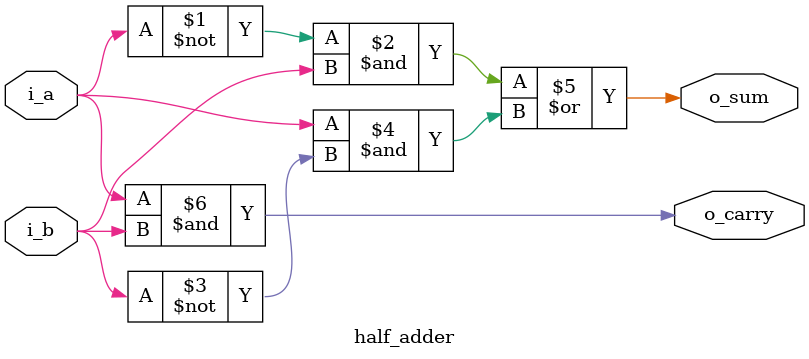
<source format=v>
module half_adder (
    input   wire        i_a,
    input   wire        i_b,
    output  wire        o_sum,
    output  wire        o_carry
);
    
assign o_sum = (~i_a & i_b) | (i_a & ~i_b);
assign o_carry = i_a & i_b;

endmodule
</source>
